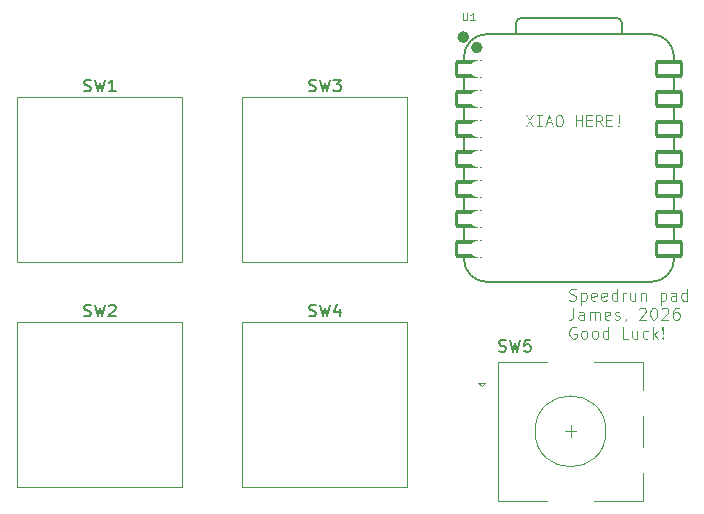
<source format=gto>
%TF.GenerationSoftware,KiCad,Pcbnew,9.0.7*%
%TF.CreationDate,2026-01-25T00:35:13+11:00*%
%TF.ProjectId,HackPad!,4861636b-5061-4642-912e-6b696361645f,rev?*%
%TF.SameCoordinates,Original*%
%TF.FileFunction,Legend,Top*%
%TF.FilePolarity,Positive*%
%FSLAX46Y46*%
G04 Gerber Fmt 4.6, Leading zero omitted, Abs format (unit mm)*
G04 Created by KiCad (PCBNEW 9.0.7) date 2026-01-25 00:35:13*
%MOMM*%
%LPD*%
G01*
G04 APERTURE LIST*
G04 Aperture macros list*
%AMRoundRect*
0 Rectangle with rounded corners*
0 $1 Rounding radius*
0 $2 $3 $4 $5 $6 $7 $8 $9 X,Y pos of 4 corners*
0 Add a 4 corners polygon primitive as box body*
4,1,4,$2,$3,$4,$5,$6,$7,$8,$9,$2,$3,0*
0 Add four circle primitives for the rounded corners*
1,1,$1+$1,$2,$3*
1,1,$1+$1,$4,$5*
1,1,$1+$1,$6,$7*
1,1,$1+$1,$8,$9*
0 Add four rect primitives between the rounded corners*
20,1,$1+$1,$2,$3,$4,$5,0*
20,1,$1+$1,$4,$5,$6,$7,0*
20,1,$1+$1,$6,$7,$8,$9,0*
20,1,$1+$1,$8,$9,$2,$3,0*%
G04 Aperture macros list end*
%ADD10C,0.100000*%
%ADD11C,0.150000*%
%ADD12C,0.101600*%
%ADD13C,0.120000*%
%ADD14C,0.127000*%
%ADD15C,0.504000*%
%ADD16R,2.000000X2.000000*%
%ADD17C,2.000000*%
%ADD18R,3.200000X2.000000*%
%ADD19C,1.700000*%
%ADD20C,4.000000*%
%ADD21C,2.200000*%
%ADD22RoundRect,0.152400X1.063600X0.609600X-1.063600X0.609600X-1.063600X-0.609600X1.063600X-0.609600X0*%
%ADD23C,1.524000*%
%ADD24RoundRect,0.152400X-1.063600X-0.609600X1.063600X-0.609600X1.063600X0.609600X-1.063600X0.609600X0*%
G04 APERTURE END LIST*
D10*
X139756265Y-81679912D02*
X139899122Y-81727531D01*
X139899122Y-81727531D02*
X140137217Y-81727531D01*
X140137217Y-81727531D02*
X140232455Y-81679912D01*
X140232455Y-81679912D02*
X140280074Y-81632292D01*
X140280074Y-81632292D02*
X140327693Y-81537054D01*
X140327693Y-81537054D02*
X140327693Y-81441816D01*
X140327693Y-81441816D02*
X140280074Y-81346578D01*
X140280074Y-81346578D02*
X140232455Y-81298959D01*
X140232455Y-81298959D02*
X140137217Y-81251340D01*
X140137217Y-81251340D02*
X139946741Y-81203721D01*
X139946741Y-81203721D02*
X139851503Y-81156102D01*
X139851503Y-81156102D02*
X139803884Y-81108483D01*
X139803884Y-81108483D02*
X139756265Y-81013245D01*
X139756265Y-81013245D02*
X139756265Y-80918007D01*
X139756265Y-80918007D02*
X139803884Y-80822769D01*
X139803884Y-80822769D02*
X139851503Y-80775150D01*
X139851503Y-80775150D02*
X139946741Y-80727531D01*
X139946741Y-80727531D02*
X140184836Y-80727531D01*
X140184836Y-80727531D02*
X140327693Y-80775150D01*
X140756265Y-81060864D02*
X140756265Y-82060864D01*
X140756265Y-81108483D02*
X140851503Y-81060864D01*
X140851503Y-81060864D02*
X141041979Y-81060864D01*
X141041979Y-81060864D02*
X141137217Y-81108483D01*
X141137217Y-81108483D02*
X141184836Y-81156102D01*
X141184836Y-81156102D02*
X141232455Y-81251340D01*
X141232455Y-81251340D02*
X141232455Y-81537054D01*
X141232455Y-81537054D02*
X141184836Y-81632292D01*
X141184836Y-81632292D02*
X141137217Y-81679912D01*
X141137217Y-81679912D02*
X141041979Y-81727531D01*
X141041979Y-81727531D02*
X140851503Y-81727531D01*
X140851503Y-81727531D02*
X140756265Y-81679912D01*
X142041979Y-81679912D02*
X141946741Y-81727531D01*
X141946741Y-81727531D02*
X141756265Y-81727531D01*
X141756265Y-81727531D02*
X141661027Y-81679912D01*
X141661027Y-81679912D02*
X141613408Y-81584673D01*
X141613408Y-81584673D02*
X141613408Y-81203721D01*
X141613408Y-81203721D02*
X141661027Y-81108483D01*
X141661027Y-81108483D02*
X141756265Y-81060864D01*
X141756265Y-81060864D02*
X141946741Y-81060864D01*
X141946741Y-81060864D02*
X142041979Y-81108483D01*
X142041979Y-81108483D02*
X142089598Y-81203721D01*
X142089598Y-81203721D02*
X142089598Y-81298959D01*
X142089598Y-81298959D02*
X141613408Y-81394197D01*
X142899122Y-81679912D02*
X142803884Y-81727531D01*
X142803884Y-81727531D02*
X142613408Y-81727531D01*
X142613408Y-81727531D02*
X142518170Y-81679912D01*
X142518170Y-81679912D02*
X142470551Y-81584673D01*
X142470551Y-81584673D02*
X142470551Y-81203721D01*
X142470551Y-81203721D02*
X142518170Y-81108483D01*
X142518170Y-81108483D02*
X142613408Y-81060864D01*
X142613408Y-81060864D02*
X142803884Y-81060864D01*
X142803884Y-81060864D02*
X142899122Y-81108483D01*
X142899122Y-81108483D02*
X142946741Y-81203721D01*
X142946741Y-81203721D02*
X142946741Y-81298959D01*
X142946741Y-81298959D02*
X142470551Y-81394197D01*
X143803884Y-81727531D02*
X143803884Y-80727531D01*
X143803884Y-81679912D02*
X143708646Y-81727531D01*
X143708646Y-81727531D02*
X143518170Y-81727531D01*
X143518170Y-81727531D02*
X143422932Y-81679912D01*
X143422932Y-81679912D02*
X143375313Y-81632292D01*
X143375313Y-81632292D02*
X143327694Y-81537054D01*
X143327694Y-81537054D02*
X143327694Y-81251340D01*
X143327694Y-81251340D02*
X143375313Y-81156102D01*
X143375313Y-81156102D02*
X143422932Y-81108483D01*
X143422932Y-81108483D02*
X143518170Y-81060864D01*
X143518170Y-81060864D02*
X143708646Y-81060864D01*
X143708646Y-81060864D02*
X143803884Y-81108483D01*
X144280075Y-81727531D02*
X144280075Y-81060864D01*
X144280075Y-81251340D02*
X144327694Y-81156102D01*
X144327694Y-81156102D02*
X144375313Y-81108483D01*
X144375313Y-81108483D02*
X144470551Y-81060864D01*
X144470551Y-81060864D02*
X144565789Y-81060864D01*
X145327694Y-81060864D02*
X145327694Y-81727531D01*
X144899123Y-81060864D02*
X144899123Y-81584673D01*
X144899123Y-81584673D02*
X144946742Y-81679912D01*
X144946742Y-81679912D02*
X145041980Y-81727531D01*
X145041980Y-81727531D02*
X145184837Y-81727531D01*
X145184837Y-81727531D02*
X145280075Y-81679912D01*
X145280075Y-81679912D02*
X145327694Y-81632292D01*
X145803885Y-81060864D02*
X145803885Y-81727531D01*
X145803885Y-81156102D02*
X145851504Y-81108483D01*
X145851504Y-81108483D02*
X145946742Y-81060864D01*
X145946742Y-81060864D02*
X146089599Y-81060864D01*
X146089599Y-81060864D02*
X146184837Y-81108483D01*
X146184837Y-81108483D02*
X146232456Y-81203721D01*
X146232456Y-81203721D02*
X146232456Y-81727531D01*
X147470552Y-81060864D02*
X147470552Y-82060864D01*
X147470552Y-81108483D02*
X147565790Y-81060864D01*
X147565790Y-81060864D02*
X147756266Y-81060864D01*
X147756266Y-81060864D02*
X147851504Y-81108483D01*
X147851504Y-81108483D02*
X147899123Y-81156102D01*
X147899123Y-81156102D02*
X147946742Y-81251340D01*
X147946742Y-81251340D02*
X147946742Y-81537054D01*
X147946742Y-81537054D02*
X147899123Y-81632292D01*
X147899123Y-81632292D02*
X147851504Y-81679912D01*
X147851504Y-81679912D02*
X147756266Y-81727531D01*
X147756266Y-81727531D02*
X147565790Y-81727531D01*
X147565790Y-81727531D02*
X147470552Y-81679912D01*
X148803885Y-81727531D02*
X148803885Y-81203721D01*
X148803885Y-81203721D02*
X148756266Y-81108483D01*
X148756266Y-81108483D02*
X148661028Y-81060864D01*
X148661028Y-81060864D02*
X148470552Y-81060864D01*
X148470552Y-81060864D02*
X148375314Y-81108483D01*
X148803885Y-81679912D02*
X148708647Y-81727531D01*
X148708647Y-81727531D02*
X148470552Y-81727531D01*
X148470552Y-81727531D02*
X148375314Y-81679912D01*
X148375314Y-81679912D02*
X148327695Y-81584673D01*
X148327695Y-81584673D02*
X148327695Y-81489435D01*
X148327695Y-81489435D02*
X148375314Y-81394197D01*
X148375314Y-81394197D02*
X148470552Y-81346578D01*
X148470552Y-81346578D02*
X148708647Y-81346578D01*
X148708647Y-81346578D02*
X148803885Y-81298959D01*
X149708647Y-81727531D02*
X149708647Y-80727531D01*
X149708647Y-81679912D02*
X149613409Y-81727531D01*
X149613409Y-81727531D02*
X149422933Y-81727531D01*
X149422933Y-81727531D02*
X149327695Y-81679912D01*
X149327695Y-81679912D02*
X149280076Y-81632292D01*
X149280076Y-81632292D02*
X149232457Y-81537054D01*
X149232457Y-81537054D02*
X149232457Y-81251340D01*
X149232457Y-81251340D02*
X149280076Y-81156102D01*
X149280076Y-81156102D02*
X149327695Y-81108483D01*
X149327695Y-81108483D02*
X149422933Y-81060864D01*
X149422933Y-81060864D02*
X149613409Y-81060864D01*
X149613409Y-81060864D02*
X149708647Y-81108483D01*
X140089598Y-82337475D02*
X140089598Y-83051760D01*
X140089598Y-83051760D02*
X140041979Y-83194617D01*
X140041979Y-83194617D02*
X139946741Y-83289856D01*
X139946741Y-83289856D02*
X139803884Y-83337475D01*
X139803884Y-83337475D02*
X139708646Y-83337475D01*
X140994360Y-83337475D02*
X140994360Y-82813665D01*
X140994360Y-82813665D02*
X140946741Y-82718427D01*
X140946741Y-82718427D02*
X140851503Y-82670808D01*
X140851503Y-82670808D02*
X140661027Y-82670808D01*
X140661027Y-82670808D02*
X140565789Y-82718427D01*
X140994360Y-83289856D02*
X140899122Y-83337475D01*
X140899122Y-83337475D02*
X140661027Y-83337475D01*
X140661027Y-83337475D02*
X140565789Y-83289856D01*
X140565789Y-83289856D02*
X140518170Y-83194617D01*
X140518170Y-83194617D02*
X140518170Y-83099379D01*
X140518170Y-83099379D02*
X140565789Y-83004141D01*
X140565789Y-83004141D02*
X140661027Y-82956522D01*
X140661027Y-82956522D02*
X140899122Y-82956522D01*
X140899122Y-82956522D02*
X140994360Y-82908903D01*
X141470551Y-83337475D02*
X141470551Y-82670808D01*
X141470551Y-82766046D02*
X141518170Y-82718427D01*
X141518170Y-82718427D02*
X141613408Y-82670808D01*
X141613408Y-82670808D02*
X141756265Y-82670808D01*
X141756265Y-82670808D02*
X141851503Y-82718427D01*
X141851503Y-82718427D02*
X141899122Y-82813665D01*
X141899122Y-82813665D02*
X141899122Y-83337475D01*
X141899122Y-82813665D02*
X141946741Y-82718427D01*
X141946741Y-82718427D02*
X142041979Y-82670808D01*
X142041979Y-82670808D02*
X142184836Y-82670808D01*
X142184836Y-82670808D02*
X142280075Y-82718427D01*
X142280075Y-82718427D02*
X142327694Y-82813665D01*
X142327694Y-82813665D02*
X142327694Y-83337475D01*
X143184836Y-83289856D02*
X143089598Y-83337475D01*
X143089598Y-83337475D02*
X142899122Y-83337475D01*
X142899122Y-83337475D02*
X142803884Y-83289856D01*
X142803884Y-83289856D02*
X142756265Y-83194617D01*
X142756265Y-83194617D02*
X142756265Y-82813665D01*
X142756265Y-82813665D02*
X142803884Y-82718427D01*
X142803884Y-82718427D02*
X142899122Y-82670808D01*
X142899122Y-82670808D02*
X143089598Y-82670808D01*
X143089598Y-82670808D02*
X143184836Y-82718427D01*
X143184836Y-82718427D02*
X143232455Y-82813665D01*
X143232455Y-82813665D02*
X143232455Y-82908903D01*
X143232455Y-82908903D02*
X142756265Y-83004141D01*
X143613408Y-83289856D02*
X143708646Y-83337475D01*
X143708646Y-83337475D02*
X143899122Y-83337475D01*
X143899122Y-83337475D02*
X143994360Y-83289856D01*
X143994360Y-83289856D02*
X144041979Y-83194617D01*
X144041979Y-83194617D02*
X144041979Y-83146998D01*
X144041979Y-83146998D02*
X143994360Y-83051760D01*
X143994360Y-83051760D02*
X143899122Y-83004141D01*
X143899122Y-83004141D02*
X143756265Y-83004141D01*
X143756265Y-83004141D02*
X143661027Y-82956522D01*
X143661027Y-82956522D02*
X143613408Y-82861284D01*
X143613408Y-82861284D02*
X143613408Y-82813665D01*
X143613408Y-82813665D02*
X143661027Y-82718427D01*
X143661027Y-82718427D02*
X143756265Y-82670808D01*
X143756265Y-82670808D02*
X143899122Y-82670808D01*
X143899122Y-82670808D02*
X143994360Y-82718427D01*
X144518170Y-83289856D02*
X144518170Y-83337475D01*
X144518170Y-83337475D02*
X144470551Y-83432713D01*
X144470551Y-83432713D02*
X144422932Y-83480332D01*
X145661027Y-82432713D02*
X145708646Y-82385094D01*
X145708646Y-82385094D02*
X145803884Y-82337475D01*
X145803884Y-82337475D02*
X146041979Y-82337475D01*
X146041979Y-82337475D02*
X146137217Y-82385094D01*
X146137217Y-82385094D02*
X146184836Y-82432713D01*
X146184836Y-82432713D02*
X146232455Y-82527951D01*
X146232455Y-82527951D02*
X146232455Y-82623189D01*
X146232455Y-82623189D02*
X146184836Y-82766046D01*
X146184836Y-82766046D02*
X145613408Y-83337475D01*
X145613408Y-83337475D02*
X146232455Y-83337475D01*
X146851503Y-82337475D02*
X146946741Y-82337475D01*
X146946741Y-82337475D02*
X147041979Y-82385094D01*
X147041979Y-82385094D02*
X147089598Y-82432713D01*
X147089598Y-82432713D02*
X147137217Y-82527951D01*
X147137217Y-82527951D02*
X147184836Y-82718427D01*
X147184836Y-82718427D02*
X147184836Y-82956522D01*
X147184836Y-82956522D02*
X147137217Y-83146998D01*
X147137217Y-83146998D02*
X147089598Y-83242236D01*
X147089598Y-83242236D02*
X147041979Y-83289856D01*
X147041979Y-83289856D02*
X146946741Y-83337475D01*
X146946741Y-83337475D02*
X146851503Y-83337475D01*
X146851503Y-83337475D02*
X146756265Y-83289856D01*
X146756265Y-83289856D02*
X146708646Y-83242236D01*
X146708646Y-83242236D02*
X146661027Y-83146998D01*
X146661027Y-83146998D02*
X146613408Y-82956522D01*
X146613408Y-82956522D02*
X146613408Y-82718427D01*
X146613408Y-82718427D02*
X146661027Y-82527951D01*
X146661027Y-82527951D02*
X146708646Y-82432713D01*
X146708646Y-82432713D02*
X146756265Y-82385094D01*
X146756265Y-82385094D02*
X146851503Y-82337475D01*
X147565789Y-82432713D02*
X147613408Y-82385094D01*
X147613408Y-82385094D02*
X147708646Y-82337475D01*
X147708646Y-82337475D02*
X147946741Y-82337475D01*
X147946741Y-82337475D02*
X148041979Y-82385094D01*
X148041979Y-82385094D02*
X148089598Y-82432713D01*
X148089598Y-82432713D02*
X148137217Y-82527951D01*
X148137217Y-82527951D02*
X148137217Y-82623189D01*
X148137217Y-82623189D02*
X148089598Y-82766046D01*
X148089598Y-82766046D02*
X147518170Y-83337475D01*
X147518170Y-83337475D02*
X148137217Y-83337475D01*
X148994360Y-82337475D02*
X148803884Y-82337475D01*
X148803884Y-82337475D02*
X148708646Y-82385094D01*
X148708646Y-82385094D02*
X148661027Y-82432713D01*
X148661027Y-82432713D02*
X148565789Y-82575570D01*
X148565789Y-82575570D02*
X148518170Y-82766046D01*
X148518170Y-82766046D02*
X148518170Y-83146998D01*
X148518170Y-83146998D02*
X148565789Y-83242236D01*
X148565789Y-83242236D02*
X148613408Y-83289856D01*
X148613408Y-83289856D02*
X148708646Y-83337475D01*
X148708646Y-83337475D02*
X148899122Y-83337475D01*
X148899122Y-83337475D02*
X148994360Y-83289856D01*
X148994360Y-83289856D02*
X149041979Y-83242236D01*
X149041979Y-83242236D02*
X149089598Y-83146998D01*
X149089598Y-83146998D02*
X149089598Y-82908903D01*
X149089598Y-82908903D02*
X149041979Y-82813665D01*
X149041979Y-82813665D02*
X148994360Y-82766046D01*
X148994360Y-82766046D02*
X148899122Y-82718427D01*
X148899122Y-82718427D02*
X148708646Y-82718427D01*
X148708646Y-82718427D02*
X148613408Y-82766046D01*
X148613408Y-82766046D02*
X148565789Y-82813665D01*
X148565789Y-82813665D02*
X148518170Y-82908903D01*
X140327693Y-83995038D02*
X140232455Y-83947419D01*
X140232455Y-83947419D02*
X140089598Y-83947419D01*
X140089598Y-83947419D02*
X139946741Y-83995038D01*
X139946741Y-83995038D02*
X139851503Y-84090276D01*
X139851503Y-84090276D02*
X139803884Y-84185514D01*
X139803884Y-84185514D02*
X139756265Y-84375990D01*
X139756265Y-84375990D02*
X139756265Y-84518847D01*
X139756265Y-84518847D02*
X139803884Y-84709323D01*
X139803884Y-84709323D02*
X139851503Y-84804561D01*
X139851503Y-84804561D02*
X139946741Y-84899800D01*
X139946741Y-84899800D02*
X140089598Y-84947419D01*
X140089598Y-84947419D02*
X140184836Y-84947419D01*
X140184836Y-84947419D02*
X140327693Y-84899800D01*
X140327693Y-84899800D02*
X140375312Y-84852180D01*
X140375312Y-84852180D02*
X140375312Y-84518847D01*
X140375312Y-84518847D02*
X140184836Y-84518847D01*
X140946741Y-84947419D02*
X140851503Y-84899800D01*
X140851503Y-84899800D02*
X140803884Y-84852180D01*
X140803884Y-84852180D02*
X140756265Y-84756942D01*
X140756265Y-84756942D02*
X140756265Y-84471228D01*
X140756265Y-84471228D02*
X140803884Y-84375990D01*
X140803884Y-84375990D02*
X140851503Y-84328371D01*
X140851503Y-84328371D02*
X140946741Y-84280752D01*
X140946741Y-84280752D02*
X141089598Y-84280752D01*
X141089598Y-84280752D02*
X141184836Y-84328371D01*
X141184836Y-84328371D02*
X141232455Y-84375990D01*
X141232455Y-84375990D02*
X141280074Y-84471228D01*
X141280074Y-84471228D02*
X141280074Y-84756942D01*
X141280074Y-84756942D02*
X141232455Y-84852180D01*
X141232455Y-84852180D02*
X141184836Y-84899800D01*
X141184836Y-84899800D02*
X141089598Y-84947419D01*
X141089598Y-84947419D02*
X140946741Y-84947419D01*
X141851503Y-84947419D02*
X141756265Y-84899800D01*
X141756265Y-84899800D02*
X141708646Y-84852180D01*
X141708646Y-84852180D02*
X141661027Y-84756942D01*
X141661027Y-84756942D02*
X141661027Y-84471228D01*
X141661027Y-84471228D02*
X141708646Y-84375990D01*
X141708646Y-84375990D02*
X141756265Y-84328371D01*
X141756265Y-84328371D02*
X141851503Y-84280752D01*
X141851503Y-84280752D02*
X141994360Y-84280752D01*
X141994360Y-84280752D02*
X142089598Y-84328371D01*
X142089598Y-84328371D02*
X142137217Y-84375990D01*
X142137217Y-84375990D02*
X142184836Y-84471228D01*
X142184836Y-84471228D02*
X142184836Y-84756942D01*
X142184836Y-84756942D02*
X142137217Y-84852180D01*
X142137217Y-84852180D02*
X142089598Y-84899800D01*
X142089598Y-84899800D02*
X141994360Y-84947419D01*
X141994360Y-84947419D02*
X141851503Y-84947419D01*
X143041979Y-84947419D02*
X143041979Y-83947419D01*
X143041979Y-84899800D02*
X142946741Y-84947419D01*
X142946741Y-84947419D02*
X142756265Y-84947419D01*
X142756265Y-84947419D02*
X142661027Y-84899800D01*
X142661027Y-84899800D02*
X142613408Y-84852180D01*
X142613408Y-84852180D02*
X142565789Y-84756942D01*
X142565789Y-84756942D02*
X142565789Y-84471228D01*
X142565789Y-84471228D02*
X142613408Y-84375990D01*
X142613408Y-84375990D02*
X142661027Y-84328371D01*
X142661027Y-84328371D02*
X142756265Y-84280752D01*
X142756265Y-84280752D02*
X142946741Y-84280752D01*
X142946741Y-84280752D02*
X143041979Y-84328371D01*
X144756265Y-84947419D02*
X144280075Y-84947419D01*
X144280075Y-84947419D02*
X144280075Y-83947419D01*
X145518170Y-84280752D02*
X145518170Y-84947419D01*
X145089599Y-84280752D02*
X145089599Y-84804561D01*
X145089599Y-84804561D02*
X145137218Y-84899800D01*
X145137218Y-84899800D02*
X145232456Y-84947419D01*
X145232456Y-84947419D02*
X145375313Y-84947419D01*
X145375313Y-84947419D02*
X145470551Y-84899800D01*
X145470551Y-84899800D02*
X145518170Y-84852180D01*
X146422932Y-84899800D02*
X146327694Y-84947419D01*
X146327694Y-84947419D02*
X146137218Y-84947419D01*
X146137218Y-84947419D02*
X146041980Y-84899800D01*
X146041980Y-84899800D02*
X145994361Y-84852180D01*
X145994361Y-84852180D02*
X145946742Y-84756942D01*
X145946742Y-84756942D02*
X145946742Y-84471228D01*
X145946742Y-84471228D02*
X145994361Y-84375990D01*
X145994361Y-84375990D02*
X146041980Y-84328371D01*
X146041980Y-84328371D02*
X146137218Y-84280752D01*
X146137218Y-84280752D02*
X146327694Y-84280752D01*
X146327694Y-84280752D02*
X146422932Y-84328371D01*
X146851504Y-84947419D02*
X146851504Y-83947419D01*
X146946742Y-84566466D02*
X147232456Y-84947419D01*
X147232456Y-84280752D02*
X146851504Y-84661704D01*
X147661028Y-84852180D02*
X147708647Y-84899800D01*
X147708647Y-84899800D02*
X147661028Y-84947419D01*
X147661028Y-84947419D02*
X147613409Y-84899800D01*
X147613409Y-84899800D02*
X147661028Y-84852180D01*
X147661028Y-84852180D02*
X147661028Y-84947419D01*
X147661028Y-84566466D02*
X147613409Y-83995038D01*
X147613409Y-83995038D02*
X147661028Y-83947419D01*
X147661028Y-83947419D02*
X147708647Y-83995038D01*
X147708647Y-83995038D02*
X147661028Y-84566466D01*
X147661028Y-84566466D02*
X147661028Y-83947419D01*
G36*
X136060205Y-67030000D02*
G01*
X136382178Y-66510617D01*
X136088171Y-66030375D01*
X136177808Y-66030375D01*
X136421379Y-66446198D01*
X136670629Y-66030375D01*
X136757397Y-66030375D01*
X136461985Y-66510617D01*
X136781210Y-67030000D01*
X136694382Y-67030000D01*
X136422784Y-66576379D01*
X136148377Y-67030000D01*
X136060205Y-67030000D01*
G37*
G36*
X137028201Y-67030000D02*
G01*
X137028201Y-66972602D01*
X137218588Y-66961428D01*
X137218588Y-66099007D01*
X137028201Y-66087772D01*
X137028201Y-66030375D01*
X137490247Y-66030375D01*
X137490247Y-66087772D01*
X137299799Y-66099007D01*
X137299799Y-66961428D01*
X137490247Y-66972602D01*
X137490247Y-67030000D01*
X137028201Y-67030000D01*
G37*
G36*
X138490422Y-67030000D02*
G01*
X138406463Y-67030000D01*
X138288860Y-66687021D01*
X137908025Y-66687021D01*
X137790422Y-67030000D01*
X137706463Y-67030000D01*
X137851943Y-66612772D01*
X137933243Y-66612772D01*
X138263642Y-66612772D01*
X138143230Y-66257215D01*
X138120821Y-66193529D01*
X138098412Y-66117203D01*
X138076003Y-66193529D01*
X138055059Y-66257215D01*
X137933243Y-66612772D01*
X137851943Y-66612772D01*
X138056463Y-66026222D01*
X138140422Y-66026222D01*
X138490422Y-67030000D01*
G37*
G36*
X138999529Y-66019304D02*
G01*
X139051126Y-66031644D01*
X139096445Y-66051463D01*
X139136444Y-66078735D01*
X139182076Y-66125358D01*
X139220154Y-66184357D01*
X139250505Y-66257948D01*
X139270490Y-66335780D01*
X139283165Y-66424633D01*
X139287630Y-66526004D01*
X139283297Y-66625462D01*
X139270912Y-66713956D01*
X139251238Y-66792718D01*
X139221359Y-66867321D01*
X139183506Y-66928007D01*
X139137848Y-66976816D01*
X139097689Y-67005498D01*
X139051701Y-67026372D01*
X138998808Y-67039406D01*
X138937630Y-67043982D01*
X138876545Y-67039374D01*
X138823552Y-67026228D01*
X138777301Y-67005131D01*
X138736741Y-66976083D01*
X138690669Y-66926824D01*
X138652834Y-66866102D01*
X138623351Y-66791985D01*
X138604035Y-66713737D01*
X138591881Y-66625943D01*
X138587691Y-66528813D01*
X138670245Y-66528813D01*
X138674976Y-66632649D01*
X138688114Y-66719314D01*
X138708329Y-66791292D01*
X138734665Y-66850786D01*
X138763982Y-66894191D01*
X138798425Y-66926888D01*
X138838484Y-66950240D01*
X138885277Y-66964707D01*
X138940439Y-66969794D01*
X138994474Y-66964776D01*
X139040314Y-66950503D01*
X139079567Y-66927448D01*
X139113326Y-66895135D01*
X139142062Y-66852191D01*
X139167681Y-66793525D01*
X139187468Y-66721723D01*
X139200400Y-66634385D01*
X139205076Y-66528813D01*
X139200241Y-66420838D01*
X139186940Y-66332567D01*
X139166707Y-66260954D01*
X139140657Y-66203299D01*
X139111469Y-66161047D01*
X139077581Y-66129272D01*
X139038542Y-66106639D01*
X138993328Y-66092668D01*
X138940439Y-66087772D01*
X138885932Y-66092853D01*
X138839487Y-66107338D01*
X138799520Y-66130784D01*
X138764957Y-66163705D01*
X138735336Y-66207512D01*
X138708656Y-66267403D01*
X138688236Y-66339463D01*
X138675001Y-66425806D01*
X138670245Y-66528813D01*
X138587691Y-66528813D01*
X138587630Y-66527409D01*
X138592367Y-66424204D01*
X138605768Y-66334479D01*
X138626831Y-66256543D01*
X138658563Y-66183048D01*
X138697809Y-66124270D01*
X138744434Y-66078002D01*
X138785093Y-66050967D01*
X138830688Y-66031375D01*
X138882101Y-66019222D01*
X138940439Y-66014987D01*
X138999529Y-66019304D01*
G37*
G36*
X140312290Y-67030000D02*
G01*
X140312290Y-66030375D01*
X140393501Y-66030375D01*
X140393501Y-66468607D01*
X140840099Y-66468607D01*
X140840099Y-66030375D01*
X140921310Y-66030375D01*
X140921310Y-67030000D01*
X140840099Y-67030000D01*
X140840099Y-66542796D01*
X140393501Y-66542796D01*
X140393501Y-67030000D01*
X140312290Y-67030000D01*
G37*
G36*
X141182283Y-67030000D02*
G01*
X141182283Y-66030375D01*
X141753506Y-66030375D01*
X141753506Y-66103220D01*
X141263494Y-66103220D01*
X141263494Y-66468607D01*
X141725540Y-66468607D01*
X141725540Y-66541392D01*
X141263494Y-66541392D01*
X141263494Y-66955811D01*
X141753506Y-66955811D01*
X141753506Y-67030000D01*
X141182283Y-67030000D01*
G37*
G36*
X142338347Y-66035107D02*
G01*
X142409449Y-66048149D01*
X142467106Y-66068109D01*
X142513590Y-66094122D01*
X142552255Y-66129479D01*
X142580567Y-66174912D01*
X142598708Y-66232700D01*
X142605303Y-66306186D01*
X142601204Y-66366119D01*
X142589829Y-66415224D01*
X142572157Y-66455409D01*
X142548578Y-66488208D01*
X142507615Y-66525473D01*
X142457948Y-66555345D01*
X142398124Y-66577784D01*
X142668318Y-67030000D01*
X142577337Y-67030000D01*
X142323935Y-66601598D01*
X142102712Y-66601598D01*
X142102712Y-67030000D01*
X142021502Y-67030000D01*
X142021502Y-66528813D01*
X142102712Y-66528813D01*
X142270751Y-66528813D01*
X142348465Y-66522124D01*
X142408804Y-66503860D01*
X142455521Y-66475629D01*
X142483256Y-66446781D01*
X142503633Y-66410773D01*
X142516647Y-66366039D01*
X142521345Y-66310399D01*
X142516179Y-66252701D01*
X142502085Y-66208188D01*
X142480270Y-66173957D01*
X142450636Y-66148039D01*
X142401171Y-66124044D01*
X142334002Y-66107886D01*
X142244129Y-66101816D01*
X142102712Y-66101816D01*
X142102712Y-66528813D01*
X142021502Y-66528813D01*
X142021502Y-66030375D01*
X142251151Y-66030375D01*
X142338347Y-66035107D01*
G37*
G36*
X142860720Y-67030000D02*
G01*
X142860720Y-66030375D01*
X143431943Y-66030375D01*
X143431943Y-66103220D01*
X142941931Y-66103220D01*
X142941931Y-66468607D01*
X143403977Y-66468607D01*
X143403977Y-66541392D01*
X142941931Y-66541392D01*
X142941931Y-66955811D01*
X143431943Y-66955811D01*
X143431943Y-67030000D01*
X142860720Y-67030000D01*
G37*
G36*
X143937953Y-66766828D02*
G01*
X143925375Y-66030375D01*
X144021973Y-66030375D01*
X144009394Y-66766828D01*
X143937953Y-66766828D01*
G37*
G36*
X143972941Y-67045387D02*
G01*
X143945133Y-67040735D01*
X143926484Y-67028047D01*
X143914580Y-67006610D01*
X143909987Y-66972602D01*
X143914541Y-66939372D01*
X143926381Y-66918339D01*
X143945024Y-66905827D01*
X143972941Y-66901222D01*
X144001640Y-66905877D01*
X144020708Y-66918472D01*
X144032748Y-66939514D01*
X144037360Y-66972602D01*
X144032708Y-67006465D01*
X144020603Y-67027912D01*
X144001528Y-67040684D01*
X143972941Y-67045387D01*
G37*
D11*
X133816667Y-86007200D02*
X133959524Y-86054819D01*
X133959524Y-86054819D02*
X134197619Y-86054819D01*
X134197619Y-86054819D02*
X134292857Y-86007200D01*
X134292857Y-86007200D02*
X134340476Y-85959580D01*
X134340476Y-85959580D02*
X134388095Y-85864342D01*
X134388095Y-85864342D02*
X134388095Y-85769104D01*
X134388095Y-85769104D02*
X134340476Y-85673866D01*
X134340476Y-85673866D02*
X134292857Y-85626247D01*
X134292857Y-85626247D02*
X134197619Y-85578628D01*
X134197619Y-85578628D02*
X134007143Y-85531009D01*
X134007143Y-85531009D02*
X133911905Y-85483390D01*
X133911905Y-85483390D02*
X133864286Y-85435771D01*
X133864286Y-85435771D02*
X133816667Y-85340533D01*
X133816667Y-85340533D02*
X133816667Y-85245295D01*
X133816667Y-85245295D02*
X133864286Y-85150057D01*
X133864286Y-85150057D02*
X133911905Y-85102438D01*
X133911905Y-85102438D02*
X134007143Y-85054819D01*
X134007143Y-85054819D02*
X134245238Y-85054819D01*
X134245238Y-85054819D02*
X134388095Y-85102438D01*
X134721429Y-85054819D02*
X134959524Y-86054819D01*
X134959524Y-86054819D02*
X135150000Y-85340533D01*
X135150000Y-85340533D02*
X135340476Y-86054819D01*
X135340476Y-86054819D02*
X135578572Y-85054819D01*
X136435714Y-85054819D02*
X135959524Y-85054819D01*
X135959524Y-85054819D02*
X135911905Y-85531009D01*
X135911905Y-85531009D02*
X135959524Y-85483390D01*
X135959524Y-85483390D02*
X136054762Y-85435771D01*
X136054762Y-85435771D02*
X136292857Y-85435771D01*
X136292857Y-85435771D02*
X136388095Y-85483390D01*
X136388095Y-85483390D02*
X136435714Y-85531009D01*
X136435714Y-85531009D02*
X136483333Y-85626247D01*
X136483333Y-85626247D02*
X136483333Y-85864342D01*
X136483333Y-85864342D02*
X136435714Y-85959580D01*
X136435714Y-85959580D02*
X136388095Y-86007200D01*
X136388095Y-86007200D02*
X136292857Y-86054819D01*
X136292857Y-86054819D02*
X136054762Y-86054819D01*
X136054762Y-86054819D02*
X135959524Y-86007200D01*
X135959524Y-86007200D02*
X135911905Y-85959580D01*
X117729167Y-63970700D02*
X117872024Y-64018319D01*
X117872024Y-64018319D02*
X118110119Y-64018319D01*
X118110119Y-64018319D02*
X118205357Y-63970700D01*
X118205357Y-63970700D02*
X118252976Y-63923080D01*
X118252976Y-63923080D02*
X118300595Y-63827842D01*
X118300595Y-63827842D02*
X118300595Y-63732604D01*
X118300595Y-63732604D02*
X118252976Y-63637366D01*
X118252976Y-63637366D02*
X118205357Y-63589747D01*
X118205357Y-63589747D02*
X118110119Y-63542128D01*
X118110119Y-63542128D02*
X117919643Y-63494509D01*
X117919643Y-63494509D02*
X117824405Y-63446890D01*
X117824405Y-63446890D02*
X117776786Y-63399271D01*
X117776786Y-63399271D02*
X117729167Y-63304033D01*
X117729167Y-63304033D02*
X117729167Y-63208795D01*
X117729167Y-63208795D02*
X117776786Y-63113557D01*
X117776786Y-63113557D02*
X117824405Y-63065938D01*
X117824405Y-63065938D02*
X117919643Y-63018319D01*
X117919643Y-63018319D02*
X118157738Y-63018319D01*
X118157738Y-63018319D02*
X118300595Y-63065938D01*
X118633929Y-63018319D02*
X118872024Y-64018319D01*
X118872024Y-64018319D02*
X119062500Y-63304033D01*
X119062500Y-63304033D02*
X119252976Y-64018319D01*
X119252976Y-64018319D02*
X119491072Y-63018319D01*
X119776786Y-63018319D02*
X120395833Y-63018319D01*
X120395833Y-63018319D02*
X120062500Y-63399271D01*
X120062500Y-63399271D02*
X120205357Y-63399271D01*
X120205357Y-63399271D02*
X120300595Y-63446890D01*
X120300595Y-63446890D02*
X120348214Y-63494509D01*
X120348214Y-63494509D02*
X120395833Y-63589747D01*
X120395833Y-63589747D02*
X120395833Y-63827842D01*
X120395833Y-63827842D02*
X120348214Y-63923080D01*
X120348214Y-63923080D02*
X120300595Y-63970700D01*
X120300595Y-63970700D02*
X120205357Y-64018319D01*
X120205357Y-64018319D02*
X119919643Y-64018319D01*
X119919643Y-64018319D02*
X119824405Y-63970700D01*
X119824405Y-63970700D02*
X119776786Y-63923080D01*
D12*
X130736190Y-57373479D02*
X130736190Y-57887526D01*
X130736190Y-57887526D02*
X130766428Y-57948002D01*
X130766428Y-57948002D02*
X130796666Y-57978241D01*
X130796666Y-57978241D02*
X130857142Y-58008479D01*
X130857142Y-58008479D02*
X130978095Y-58008479D01*
X130978095Y-58008479D02*
X131038571Y-57978241D01*
X131038571Y-57978241D02*
X131068809Y-57948002D01*
X131068809Y-57948002D02*
X131099047Y-57887526D01*
X131099047Y-57887526D02*
X131099047Y-57373479D01*
X131734047Y-58008479D02*
X131371190Y-58008479D01*
X131552618Y-58008479D02*
X131552618Y-57373479D01*
X131552618Y-57373479D02*
X131492142Y-57464193D01*
X131492142Y-57464193D02*
X131431666Y-57524669D01*
X131431666Y-57524669D02*
X131371190Y-57554907D01*
D11*
X117729167Y-83020700D02*
X117872024Y-83068319D01*
X117872024Y-83068319D02*
X118110119Y-83068319D01*
X118110119Y-83068319D02*
X118205357Y-83020700D01*
X118205357Y-83020700D02*
X118252976Y-82973080D01*
X118252976Y-82973080D02*
X118300595Y-82877842D01*
X118300595Y-82877842D02*
X118300595Y-82782604D01*
X118300595Y-82782604D02*
X118252976Y-82687366D01*
X118252976Y-82687366D02*
X118205357Y-82639747D01*
X118205357Y-82639747D02*
X118110119Y-82592128D01*
X118110119Y-82592128D02*
X117919643Y-82544509D01*
X117919643Y-82544509D02*
X117824405Y-82496890D01*
X117824405Y-82496890D02*
X117776786Y-82449271D01*
X117776786Y-82449271D02*
X117729167Y-82354033D01*
X117729167Y-82354033D02*
X117729167Y-82258795D01*
X117729167Y-82258795D02*
X117776786Y-82163557D01*
X117776786Y-82163557D02*
X117824405Y-82115938D01*
X117824405Y-82115938D02*
X117919643Y-82068319D01*
X117919643Y-82068319D02*
X118157738Y-82068319D01*
X118157738Y-82068319D02*
X118300595Y-82115938D01*
X118633929Y-82068319D02*
X118872024Y-83068319D01*
X118872024Y-83068319D02*
X119062500Y-82354033D01*
X119062500Y-82354033D02*
X119252976Y-83068319D01*
X119252976Y-83068319D02*
X119491072Y-82068319D01*
X120300595Y-82401652D02*
X120300595Y-83068319D01*
X120062500Y-82020700D02*
X119824405Y-82734985D01*
X119824405Y-82734985D02*
X120443452Y-82734985D01*
X98679167Y-63970700D02*
X98822024Y-64018319D01*
X98822024Y-64018319D02*
X99060119Y-64018319D01*
X99060119Y-64018319D02*
X99155357Y-63970700D01*
X99155357Y-63970700D02*
X99202976Y-63923080D01*
X99202976Y-63923080D02*
X99250595Y-63827842D01*
X99250595Y-63827842D02*
X99250595Y-63732604D01*
X99250595Y-63732604D02*
X99202976Y-63637366D01*
X99202976Y-63637366D02*
X99155357Y-63589747D01*
X99155357Y-63589747D02*
X99060119Y-63542128D01*
X99060119Y-63542128D02*
X98869643Y-63494509D01*
X98869643Y-63494509D02*
X98774405Y-63446890D01*
X98774405Y-63446890D02*
X98726786Y-63399271D01*
X98726786Y-63399271D02*
X98679167Y-63304033D01*
X98679167Y-63304033D02*
X98679167Y-63208795D01*
X98679167Y-63208795D02*
X98726786Y-63113557D01*
X98726786Y-63113557D02*
X98774405Y-63065938D01*
X98774405Y-63065938D02*
X98869643Y-63018319D01*
X98869643Y-63018319D02*
X99107738Y-63018319D01*
X99107738Y-63018319D02*
X99250595Y-63065938D01*
X99583929Y-63018319D02*
X99822024Y-64018319D01*
X99822024Y-64018319D02*
X100012500Y-63304033D01*
X100012500Y-63304033D02*
X100202976Y-64018319D01*
X100202976Y-64018319D02*
X100441072Y-63018319D01*
X101345833Y-64018319D02*
X100774405Y-64018319D01*
X101060119Y-64018319D02*
X101060119Y-63018319D01*
X101060119Y-63018319D02*
X100964881Y-63161176D01*
X100964881Y-63161176D02*
X100869643Y-63256414D01*
X100869643Y-63256414D02*
X100774405Y-63304033D01*
X98679167Y-83020700D02*
X98822024Y-83068319D01*
X98822024Y-83068319D02*
X99060119Y-83068319D01*
X99060119Y-83068319D02*
X99155357Y-83020700D01*
X99155357Y-83020700D02*
X99202976Y-82973080D01*
X99202976Y-82973080D02*
X99250595Y-82877842D01*
X99250595Y-82877842D02*
X99250595Y-82782604D01*
X99250595Y-82782604D02*
X99202976Y-82687366D01*
X99202976Y-82687366D02*
X99155357Y-82639747D01*
X99155357Y-82639747D02*
X99060119Y-82592128D01*
X99060119Y-82592128D02*
X98869643Y-82544509D01*
X98869643Y-82544509D02*
X98774405Y-82496890D01*
X98774405Y-82496890D02*
X98726786Y-82449271D01*
X98726786Y-82449271D02*
X98679167Y-82354033D01*
X98679167Y-82354033D02*
X98679167Y-82258795D01*
X98679167Y-82258795D02*
X98726786Y-82163557D01*
X98726786Y-82163557D02*
X98774405Y-82115938D01*
X98774405Y-82115938D02*
X98869643Y-82068319D01*
X98869643Y-82068319D02*
X99107738Y-82068319D01*
X99107738Y-82068319D02*
X99250595Y-82115938D01*
X99583929Y-82068319D02*
X99822024Y-83068319D01*
X99822024Y-83068319D02*
X100012500Y-82354033D01*
X100012500Y-82354033D02*
X100202976Y-83068319D01*
X100202976Y-83068319D02*
X100441072Y-82068319D01*
X100774405Y-82163557D02*
X100822024Y-82115938D01*
X100822024Y-82115938D02*
X100917262Y-82068319D01*
X100917262Y-82068319D02*
X101155357Y-82068319D01*
X101155357Y-82068319D02*
X101250595Y-82115938D01*
X101250595Y-82115938D02*
X101298214Y-82163557D01*
X101298214Y-82163557D02*
X101345833Y-82258795D01*
X101345833Y-82258795D02*
X101345833Y-82354033D01*
X101345833Y-82354033D02*
X101298214Y-82496890D01*
X101298214Y-82496890D02*
X100726786Y-83068319D01*
X100726786Y-83068319D02*
X101345833Y-83068319D01*
D13*
%TO.C,SW5*%
X132050000Y-88700000D02*
X132650000Y-88700000D01*
X132350000Y-89000000D02*
X132050000Y-88700000D01*
X132650000Y-88700000D02*
X132350000Y-89000000D01*
X133750000Y-86900000D02*
X133750000Y-98700000D01*
X137850000Y-86900000D02*
X133750000Y-86900000D01*
X137850000Y-98700000D02*
X133750000Y-98700000D01*
X139350000Y-92800000D02*
X140350000Y-92800000D01*
X139850000Y-92300000D02*
X139850000Y-93300000D01*
X141850000Y-86900000D02*
X145950000Y-86900000D01*
X145950000Y-86900000D02*
X145950000Y-89300000D01*
X145950000Y-91500000D02*
X145950000Y-94100000D01*
X145950000Y-96300000D02*
X145950000Y-98700000D01*
X145950000Y-98700000D02*
X141850000Y-98700000D01*
X142850000Y-92800000D02*
G75*
G02*
X136850000Y-92800000I-3000000J0D01*
G01*
X136850000Y-92800000D02*
G75*
G02*
X142850000Y-92800000I3000000J0D01*
G01*
%TO.C,SW3*%
X112077500Y-64452500D02*
X126047500Y-64452500D01*
X112077500Y-78422500D02*
X112077500Y-64452500D01*
X126047500Y-64452500D02*
X126047500Y-78422500D01*
X126047500Y-78422500D02*
X112077500Y-78422500D01*
D14*
%TO.C,U1*%
X130830000Y-78229000D02*
X130830000Y-61084000D01*
X132735000Y-80134000D02*
X146705000Y-80134000D01*
X135225000Y-59179000D02*
X135228728Y-58268728D01*
X135728728Y-57769000D02*
X143724000Y-57769000D01*
X144224000Y-58269000D02*
X144224000Y-59179000D01*
D10*
X146705000Y-59179000D02*
X132735000Y-59179000D01*
D14*
X146705000Y-59179000D02*
X132735000Y-59179000D01*
X148610000Y-78229000D02*
X148610000Y-61084000D01*
X130830000Y-61084000D02*
G75*
G02*
X132735000Y-59179000I1905001J-1D01*
G01*
X132735000Y-80134000D02*
G75*
G02*
X130830000Y-78229000I1J1905001D01*
G01*
X135228728Y-58268728D02*
G75*
G02*
X135728728Y-57769001I500018J-291D01*
G01*
X143724000Y-57769000D02*
G75*
G02*
X144224000Y-58269000I0J-500000D01*
G01*
X146705000Y-59179000D02*
G75*
G02*
X148610000Y-61084000I0J-1905000D01*
G01*
X148610000Y-78229000D02*
G75*
G02*
X146705000Y-80134000I-1905000J0D01*
G01*
D15*
X131022000Y-59420000D02*
G75*
G02*
X130518000Y-59420000I-252000J0D01*
G01*
X130518000Y-59420000D02*
G75*
G02*
X131022000Y-59420000I252000J0D01*
G01*
X132165000Y-60300000D02*
G75*
G02*
X131661000Y-60300000I-252000J0D01*
G01*
X131661000Y-60300000D02*
G75*
G02*
X132165000Y-60300000I252000J0D01*
G01*
D13*
%TO.C,SW4*%
X112077500Y-83502500D02*
X126047500Y-83502500D01*
X112077500Y-97472500D02*
X112077500Y-83502500D01*
X126047500Y-83502500D02*
X126047500Y-97472500D01*
X126047500Y-97472500D02*
X112077500Y-97472500D01*
%TO.C,SW1*%
X93027500Y-64452500D02*
X106997500Y-64452500D01*
X93027500Y-78422500D02*
X93027500Y-64452500D01*
X106997500Y-64452500D02*
X106997500Y-78422500D01*
X106997500Y-78422500D02*
X93027500Y-78422500D01*
%TO.C,SW2*%
X93027500Y-83502500D02*
X106997500Y-83502500D01*
X93027500Y-97472500D02*
X93027500Y-83502500D01*
X106997500Y-83502500D02*
X106997500Y-97472500D01*
X106997500Y-97472500D02*
X93027500Y-97472500D01*
%TD*%
%LPC*%
D16*
%TO.C,SW5*%
X132350000Y-90300000D03*
D17*
X132350000Y-95300000D03*
X132350000Y-92800000D03*
D18*
X139850000Y-87200000D03*
X139850000Y-98400000D03*
D17*
X146850000Y-95300000D03*
X146850000Y-90300000D03*
%TD*%
D19*
%TO.C,SW3*%
X113982500Y-71437500D03*
D20*
X119062500Y-71437500D03*
D19*
X124142500Y-71437500D03*
D21*
X121602500Y-66357500D03*
X115252500Y-68897500D03*
%TD*%
D22*
%TO.C,U1*%
X131265000Y-62100000D03*
D23*
X132100000Y-62100000D03*
D22*
X131265000Y-64640000D03*
D23*
X132100000Y-64640000D03*
D22*
X131265000Y-67180000D03*
D23*
X132100000Y-67180000D03*
D22*
X131265000Y-69720000D03*
D23*
X132100000Y-69720000D03*
D22*
X131265000Y-72260000D03*
D23*
X132100000Y-72260000D03*
D22*
X131265000Y-74800000D03*
D23*
X132100000Y-74800000D03*
D22*
X131265000Y-77340000D03*
D23*
X132100000Y-77340000D03*
X147340000Y-77340000D03*
D24*
X148175000Y-77340000D03*
D23*
X147340000Y-74800000D03*
D24*
X148175000Y-74800000D03*
D23*
X147340000Y-72260000D03*
D24*
X148175000Y-72260000D03*
D23*
X147340000Y-69720000D03*
D24*
X148175000Y-69720000D03*
D23*
X147340000Y-67180000D03*
D24*
X148175000Y-67180000D03*
D23*
X147340000Y-64640000D03*
D24*
X148175000Y-64640000D03*
D23*
X147340000Y-62100000D03*
D24*
X148175000Y-62100000D03*
%TD*%
D19*
%TO.C,SW4*%
X113982500Y-90487500D03*
D20*
X119062500Y-90487500D03*
D19*
X124142500Y-90487500D03*
D21*
X121602500Y-85407500D03*
X115252500Y-87947500D03*
%TD*%
D19*
%TO.C,SW1*%
X94932500Y-71437500D03*
D20*
X100012500Y-71437500D03*
D19*
X105092500Y-71437500D03*
D21*
X102552500Y-66357500D03*
X96202500Y-68897500D03*
%TD*%
D19*
%TO.C,SW2*%
X94932500Y-90487500D03*
D20*
X100012500Y-90487500D03*
D19*
X105092500Y-90487500D03*
D21*
X102552500Y-85407500D03*
X96202500Y-87947500D03*
%TD*%
%LPD*%
M02*

</source>
